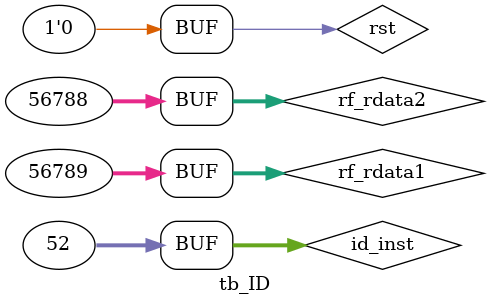
<source format=v>
`timescale 1ns / 1ps


module tb_ID;

reg rst = 0;
reg [31:0] id_inst;
reg [31:0] rf_rdata1;
reg [31:0] rf_rdata2;

initial begin
    #1 rst = 1;   //重置控制器
    #1 rst = 0;
    rf_rdata1 = 56789;
    rf_rdata2 = 56788;
    //-------------------------R型指令-------------------------------
    #10 id_inst = 32'b000000_00000_00001_00010_00000_100000;          //测试add指令

    #10 id_inst = 32'b000000_00000_00001_00010_00000_100001;          //测试addu指令

    #10 id_inst = 32'b000000_00000_00001_00010_00000_100010;          //测试sub指令

    #10 id_inst = 32'b000000_00000_00001_00010_00000_100011;          //测试subu指令

    #10 id_inst = 32'b000000_00000_00001_00010_00000_100100;          //测试and指令

    #10 id_inst = 32'b000000_00000_00001_00010_00000_100101;          //测试or指令

    #10 id_inst = 32'b000000_00000_00001_00010_00000_100110;          //测试xor指令

    #10 id_inst = 32'b000000_00000_00001_00010_00000_100111;          //测试nor指令

    #10 id_inst = 32'b000000_00000_00001_00010_00000_101010;          //测试slt指令

    #10 id_inst = 32'b000000_00000_00001_00010_00000_101011;          //测试sltu指令

    #10 id_inst = 32'b000000_00000_00001_00010_00100_000000;          //测试sll指令

    #10 id_inst = 32'b000000_00000_00001_00010_00011_000010;          //测试srl指令

    #10 id_inst = 32'b000000_00000_00001_00010_00110_000011;          //测试sra指令

    #10 id_inst = 32'b000000_00010_00001_00011_00000_000100;          //测试sllv指令

    #10 id_inst = 32'b000000_00010_00001_00011_00000_000110;          //测试srlv指令

    #10 id_inst = 32'b000000_00010_00001_00011_00000_000111;          //测试srav指令

    #10 id_inst = 32'b000000_00100_00000_00000_00000_001000;          //测试jr指令

    //-------------------------I型指令-------------------------------
    #10 id_inst = 32'b001000_00101_00110_1111111111111111;          //测试ADDI指令

    #10 id_inst = 32'b001001_00101_00110_1111111111111111;          //测试ADDIU指令

    #10 id_inst = 32'b001100_00101_00110_1111111111111111;          //测试ANDIU指令

    #10 id_inst = 32'b001101_00101_00110_1111111111111111;          //测试ORI指令

    #10 id_inst = 32'b001110_00101_00110_1111111111111111;          //测试XORI指令

    #10 id_inst = 32'b000100_00111_01000_1111111111111101;          //测试BEQ指令

    #10 id_inst = 32'b000101_00111_01000_1111111111111101;          //测试BNE指令

    #10 id_inst = 32'b001010_00111_01000_1111111111111101;          //测试SLTI指令

    #10 id_inst = 32'b001011_00111_01000_1111111111111101;          //测试SLTIU指令

    #10 id_inst = 32'b001111_00000_01001_1011001110101001;          //测试lui指令

    //-------------------------J型指令-------------------------------
    #10 id_inst = 32'b000010_11111111111111111111111111;          //测试j指令

    #10 id_inst = 32'b000011_11111111111111111111111111;          //测试jal指令

    //-------------------------LW SW--------------------------------
    #10 id_inst = 32'b100011_00000_00001_0000000000000000;          //测试LW指令

    #10 id_inst = 32'b101011_00000_00001_0000000000000000;          //测试SW指令

    //-------------------------BREAK SYSCALL TEQ--------------------
    #10 id_inst = 32'b000000_00000_00000_00000_00000_001101;          //测试BREAK指令

    #10 id_inst = 32'b000000_00000_00000_00000_00000_001100;          //测试SYSCALL指令

    #10 id_inst = 32'b000000_00000_00000_00000_00000_110100;          //测试TEQ指令
end

wire is_exp;
wire [4:0] cause_out;
wire is_eret;

ID uut(
    .rst(rst),
    .id_pc(0),
    .id_inst(id_inst),
    .rf_rdata1(rf_rdata1),
    .rf_rdata2(rf_rdata2),
    .is_exception(is_exp),
    .cause_out(cause_out),
    .is_eret(is_eret)
    );
    
endmodule

</source>
